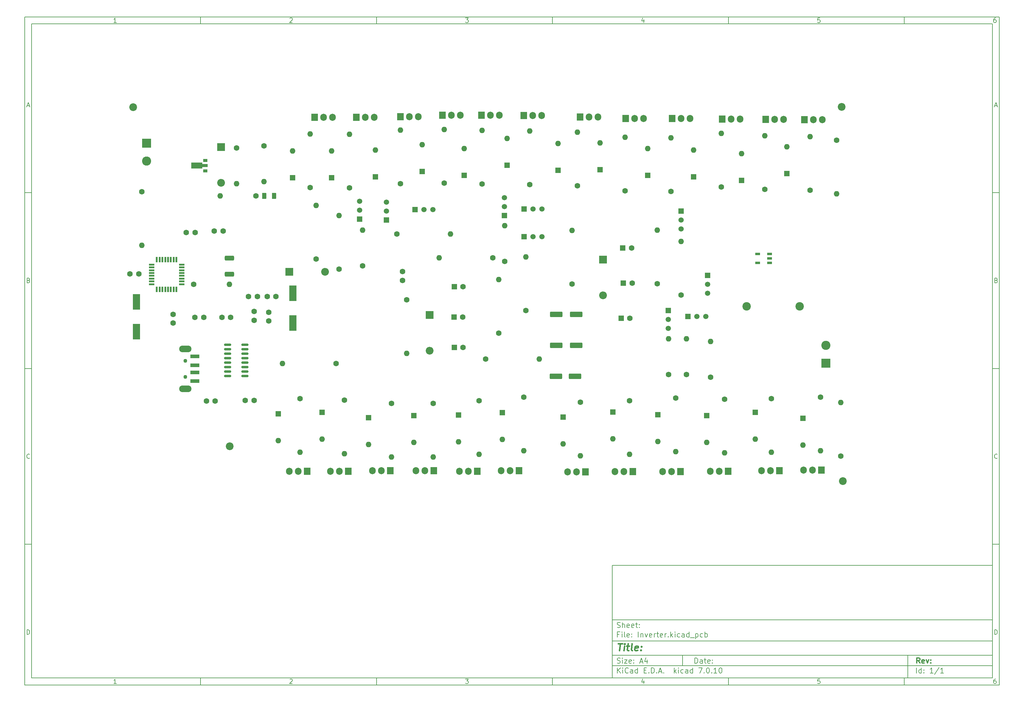
<source format=gbr>
%TF.GenerationSoftware,KiCad,Pcbnew,7.0.10*%
%TF.CreationDate,2024-05-18T17:59:00+03:00*%
%TF.ProjectId,Inverter,496e7665-7274-4657-922e-6b696361645f,rev?*%
%TF.SameCoordinates,Original*%
%TF.FileFunction,Soldermask,Top*%
%TF.FilePolarity,Negative*%
%FSLAX46Y46*%
G04 Gerber Fmt 4.6, Leading zero omitted, Abs format (unit mm)*
G04 Created by KiCad (PCBNEW 7.0.10) date 2024-05-18 17:59:00*
%MOMM*%
%LPD*%
G01*
G04 APERTURE LIST*
G04 Aperture macros list*
%AMRoundRect*
0 Rectangle with rounded corners*
0 $1 Rounding radius*
0 $2 $3 $4 $5 $6 $7 $8 $9 X,Y pos of 4 corners*
0 Add a 4 corners polygon primitive as box body*
4,1,4,$2,$3,$4,$5,$6,$7,$8,$9,$2,$3,0*
0 Add four circle primitives for the rounded corners*
1,1,$1+$1,$2,$3*
1,1,$1+$1,$4,$5*
1,1,$1+$1,$6,$7*
1,1,$1+$1,$8,$9*
0 Add four rect primitives between the rounded corners*
20,1,$1+$1,$2,$3,$4,$5,0*
20,1,$1+$1,$4,$5,$6,$7,0*
20,1,$1+$1,$6,$7,$8,$9,0*
20,1,$1+$1,$8,$9,$2,$3,0*%
%AMFreePoly0*
4,1,9,3.862500,-0.866500,0.737500,-0.866500,0.737500,-0.450000,-0.737500,-0.450000,-0.737500,0.450000,0.737500,0.450000,0.737500,0.866500,3.862500,0.866500,3.862500,-0.866500,3.862500,-0.866500,$1*%
G04 Aperture macros list end*
%ADD10C,0.100000*%
%ADD11C,0.150000*%
%ADD12C,0.300000*%
%ADD13C,0.400000*%
%ADD14C,2.200000*%
%ADD15R,2.600000X2.600000*%
%ADD16C,2.600000*%
%ADD17R,1.500000X1.500000*%
%ADD18C,1.500000*%
%ADD19O,1.600000X1.600000*%
%ADD20C,1.600000*%
%ADD21R,1.600000X1.600000*%
%ADD22R,1.905000X2.000000*%
%ADD23O,1.905000X2.000000*%
%ADD24R,2.000000X4.500000*%
%ADD25C,2.400000*%
%ADD26RoundRect,0.250000X-1.075000X0.425000X-1.075000X-0.425000X1.075000X-0.425000X1.075000X0.425000X0*%
%ADD27RoundRect,0.250000X-1.500000X-0.550000X1.500000X-0.550000X1.500000X0.550000X-1.500000X0.550000X0*%
%ADD28R,2.200000X2.200000*%
%ADD29O,2.200000X2.200000*%
%ADD30RoundRect,0.250000X-0.375000X-0.625000X0.375000X-0.625000X0.375000X0.625000X-0.375000X0.625000X0*%
%ADD31R,1.400000X0.760000*%
%ADD32C,1.100000*%
%ADD33R,2.500000X1.100000*%
%ADD34O,3.500000X1.900000*%
%ADD35RoundRect,0.150000X-0.825000X-0.150000X0.825000X-0.150000X0.825000X0.150000X-0.825000X0.150000X0*%
%ADD36R,1.300000X0.900000*%
%ADD37FreePoly0,180.000000*%
%ADD38R,1.600000X0.550000*%
%ADD39R,0.550000X1.600000*%
G04 APERTURE END LIST*
D10*
D11*
X177002200Y-166007200D02*
X285002200Y-166007200D01*
X285002200Y-198007200D01*
X177002200Y-198007200D01*
X177002200Y-166007200D01*
D10*
D11*
X10000000Y-10000000D02*
X287002200Y-10000000D01*
X287002200Y-200007200D01*
X10000000Y-200007200D01*
X10000000Y-10000000D01*
D10*
D11*
X12000000Y-12000000D02*
X285002200Y-12000000D01*
X285002200Y-198007200D01*
X12000000Y-198007200D01*
X12000000Y-12000000D01*
D10*
D11*
X60000000Y-12000000D02*
X60000000Y-10000000D01*
D10*
D11*
X110000000Y-12000000D02*
X110000000Y-10000000D01*
D10*
D11*
X160000000Y-12000000D02*
X160000000Y-10000000D01*
D10*
D11*
X210000000Y-12000000D02*
X210000000Y-10000000D01*
D10*
D11*
X260000000Y-12000000D02*
X260000000Y-10000000D01*
D10*
D11*
X36089160Y-11593604D02*
X35346303Y-11593604D01*
X35717731Y-11593604D02*
X35717731Y-10293604D01*
X35717731Y-10293604D02*
X35593922Y-10479319D01*
X35593922Y-10479319D02*
X35470112Y-10603128D01*
X35470112Y-10603128D02*
X35346303Y-10665033D01*
D10*
D11*
X85346303Y-10417414D02*
X85408207Y-10355509D01*
X85408207Y-10355509D02*
X85532017Y-10293604D01*
X85532017Y-10293604D02*
X85841541Y-10293604D01*
X85841541Y-10293604D02*
X85965350Y-10355509D01*
X85965350Y-10355509D02*
X86027255Y-10417414D01*
X86027255Y-10417414D02*
X86089160Y-10541223D01*
X86089160Y-10541223D02*
X86089160Y-10665033D01*
X86089160Y-10665033D02*
X86027255Y-10850747D01*
X86027255Y-10850747D02*
X85284398Y-11593604D01*
X85284398Y-11593604D02*
X86089160Y-11593604D01*
D10*
D11*
X135284398Y-10293604D02*
X136089160Y-10293604D01*
X136089160Y-10293604D02*
X135655826Y-10788842D01*
X135655826Y-10788842D02*
X135841541Y-10788842D01*
X135841541Y-10788842D02*
X135965350Y-10850747D01*
X135965350Y-10850747D02*
X136027255Y-10912652D01*
X136027255Y-10912652D02*
X136089160Y-11036461D01*
X136089160Y-11036461D02*
X136089160Y-11345985D01*
X136089160Y-11345985D02*
X136027255Y-11469795D01*
X136027255Y-11469795D02*
X135965350Y-11531700D01*
X135965350Y-11531700D02*
X135841541Y-11593604D01*
X135841541Y-11593604D02*
X135470112Y-11593604D01*
X135470112Y-11593604D02*
X135346303Y-11531700D01*
X135346303Y-11531700D02*
X135284398Y-11469795D01*
D10*
D11*
X185965350Y-10726938D02*
X185965350Y-11593604D01*
X185655826Y-10231700D02*
X185346303Y-11160271D01*
X185346303Y-11160271D02*
X186151064Y-11160271D01*
D10*
D11*
X236027255Y-10293604D02*
X235408207Y-10293604D01*
X235408207Y-10293604D02*
X235346303Y-10912652D01*
X235346303Y-10912652D02*
X235408207Y-10850747D01*
X235408207Y-10850747D02*
X235532017Y-10788842D01*
X235532017Y-10788842D02*
X235841541Y-10788842D01*
X235841541Y-10788842D02*
X235965350Y-10850747D01*
X235965350Y-10850747D02*
X236027255Y-10912652D01*
X236027255Y-10912652D02*
X236089160Y-11036461D01*
X236089160Y-11036461D02*
X236089160Y-11345985D01*
X236089160Y-11345985D02*
X236027255Y-11469795D01*
X236027255Y-11469795D02*
X235965350Y-11531700D01*
X235965350Y-11531700D02*
X235841541Y-11593604D01*
X235841541Y-11593604D02*
X235532017Y-11593604D01*
X235532017Y-11593604D02*
X235408207Y-11531700D01*
X235408207Y-11531700D02*
X235346303Y-11469795D01*
D10*
D11*
X285965350Y-10293604D02*
X285717731Y-10293604D01*
X285717731Y-10293604D02*
X285593922Y-10355509D01*
X285593922Y-10355509D02*
X285532017Y-10417414D01*
X285532017Y-10417414D02*
X285408207Y-10603128D01*
X285408207Y-10603128D02*
X285346303Y-10850747D01*
X285346303Y-10850747D02*
X285346303Y-11345985D01*
X285346303Y-11345985D02*
X285408207Y-11469795D01*
X285408207Y-11469795D02*
X285470112Y-11531700D01*
X285470112Y-11531700D02*
X285593922Y-11593604D01*
X285593922Y-11593604D02*
X285841541Y-11593604D01*
X285841541Y-11593604D02*
X285965350Y-11531700D01*
X285965350Y-11531700D02*
X286027255Y-11469795D01*
X286027255Y-11469795D02*
X286089160Y-11345985D01*
X286089160Y-11345985D02*
X286089160Y-11036461D01*
X286089160Y-11036461D02*
X286027255Y-10912652D01*
X286027255Y-10912652D02*
X285965350Y-10850747D01*
X285965350Y-10850747D02*
X285841541Y-10788842D01*
X285841541Y-10788842D02*
X285593922Y-10788842D01*
X285593922Y-10788842D02*
X285470112Y-10850747D01*
X285470112Y-10850747D02*
X285408207Y-10912652D01*
X285408207Y-10912652D02*
X285346303Y-11036461D01*
D10*
D11*
X60000000Y-198007200D02*
X60000000Y-200007200D01*
D10*
D11*
X110000000Y-198007200D02*
X110000000Y-200007200D01*
D10*
D11*
X160000000Y-198007200D02*
X160000000Y-200007200D01*
D10*
D11*
X210000000Y-198007200D02*
X210000000Y-200007200D01*
D10*
D11*
X260000000Y-198007200D02*
X260000000Y-200007200D01*
D10*
D11*
X36089160Y-199600804D02*
X35346303Y-199600804D01*
X35717731Y-199600804D02*
X35717731Y-198300804D01*
X35717731Y-198300804D02*
X35593922Y-198486519D01*
X35593922Y-198486519D02*
X35470112Y-198610328D01*
X35470112Y-198610328D02*
X35346303Y-198672233D01*
D10*
D11*
X85346303Y-198424614D02*
X85408207Y-198362709D01*
X85408207Y-198362709D02*
X85532017Y-198300804D01*
X85532017Y-198300804D02*
X85841541Y-198300804D01*
X85841541Y-198300804D02*
X85965350Y-198362709D01*
X85965350Y-198362709D02*
X86027255Y-198424614D01*
X86027255Y-198424614D02*
X86089160Y-198548423D01*
X86089160Y-198548423D02*
X86089160Y-198672233D01*
X86089160Y-198672233D02*
X86027255Y-198857947D01*
X86027255Y-198857947D02*
X85284398Y-199600804D01*
X85284398Y-199600804D02*
X86089160Y-199600804D01*
D10*
D11*
X135284398Y-198300804D02*
X136089160Y-198300804D01*
X136089160Y-198300804D02*
X135655826Y-198796042D01*
X135655826Y-198796042D02*
X135841541Y-198796042D01*
X135841541Y-198796042D02*
X135965350Y-198857947D01*
X135965350Y-198857947D02*
X136027255Y-198919852D01*
X136027255Y-198919852D02*
X136089160Y-199043661D01*
X136089160Y-199043661D02*
X136089160Y-199353185D01*
X136089160Y-199353185D02*
X136027255Y-199476995D01*
X136027255Y-199476995D02*
X135965350Y-199538900D01*
X135965350Y-199538900D02*
X135841541Y-199600804D01*
X135841541Y-199600804D02*
X135470112Y-199600804D01*
X135470112Y-199600804D02*
X135346303Y-199538900D01*
X135346303Y-199538900D02*
X135284398Y-199476995D01*
D10*
D11*
X185965350Y-198734138D02*
X185965350Y-199600804D01*
X185655826Y-198238900D02*
X185346303Y-199167471D01*
X185346303Y-199167471D02*
X186151064Y-199167471D01*
D10*
D11*
X236027255Y-198300804D02*
X235408207Y-198300804D01*
X235408207Y-198300804D02*
X235346303Y-198919852D01*
X235346303Y-198919852D02*
X235408207Y-198857947D01*
X235408207Y-198857947D02*
X235532017Y-198796042D01*
X235532017Y-198796042D02*
X235841541Y-198796042D01*
X235841541Y-198796042D02*
X235965350Y-198857947D01*
X235965350Y-198857947D02*
X236027255Y-198919852D01*
X236027255Y-198919852D02*
X236089160Y-199043661D01*
X236089160Y-199043661D02*
X236089160Y-199353185D01*
X236089160Y-199353185D02*
X236027255Y-199476995D01*
X236027255Y-199476995D02*
X235965350Y-199538900D01*
X235965350Y-199538900D02*
X235841541Y-199600804D01*
X235841541Y-199600804D02*
X235532017Y-199600804D01*
X235532017Y-199600804D02*
X235408207Y-199538900D01*
X235408207Y-199538900D02*
X235346303Y-199476995D01*
D10*
D11*
X285965350Y-198300804D02*
X285717731Y-198300804D01*
X285717731Y-198300804D02*
X285593922Y-198362709D01*
X285593922Y-198362709D02*
X285532017Y-198424614D01*
X285532017Y-198424614D02*
X285408207Y-198610328D01*
X285408207Y-198610328D02*
X285346303Y-198857947D01*
X285346303Y-198857947D02*
X285346303Y-199353185D01*
X285346303Y-199353185D02*
X285408207Y-199476995D01*
X285408207Y-199476995D02*
X285470112Y-199538900D01*
X285470112Y-199538900D02*
X285593922Y-199600804D01*
X285593922Y-199600804D02*
X285841541Y-199600804D01*
X285841541Y-199600804D02*
X285965350Y-199538900D01*
X285965350Y-199538900D02*
X286027255Y-199476995D01*
X286027255Y-199476995D02*
X286089160Y-199353185D01*
X286089160Y-199353185D02*
X286089160Y-199043661D01*
X286089160Y-199043661D02*
X286027255Y-198919852D01*
X286027255Y-198919852D02*
X285965350Y-198857947D01*
X285965350Y-198857947D02*
X285841541Y-198796042D01*
X285841541Y-198796042D02*
X285593922Y-198796042D01*
X285593922Y-198796042D02*
X285470112Y-198857947D01*
X285470112Y-198857947D02*
X285408207Y-198919852D01*
X285408207Y-198919852D02*
X285346303Y-199043661D01*
D10*
D11*
X10000000Y-60000000D02*
X12000000Y-60000000D01*
D10*
D11*
X10000000Y-110000000D02*
X12000000Y-110000000D01*
D10*
D11*
X10000000Y-160000000D02*
X12000000Y-160000000D01*
D10*
D11*
X10690476Y-35222176D02*
X11309523Y-35222176D01*
X10566666Y-35593604D02*
X10999999Y-34293604D01*
X10999999Y-34293604D02*
X11433333Y-35593604D01*
D10*
D11*
X11092857Y-84912652D02*
X11278571Y-84974557D01*
X11278571Y-84974557D02*
X11340476Y-85036461D01*
X11340476Y-85036461D02*
X11402380Y-85160271D01*
X11402380Y-85160271D02*
X11402380Y-85345985D01*
X11402380Y-85345985D02*
X11340476Y-85469795D01*
X11340476Y-85469795D02*
X11278571Y-85531700D01*
X11278571Y-85531700D02*
X11154761Y-85593604D01*
X11154761Y-85593604D02*
X10659523Y-85593604D01*
X10659523Y-85593604D02*
X10659523Y-84293604D01*
X10659523Y-84293604D02*
X11092857Y-84293604D01*
X11092857Y-84293604D02*
X11216666Y-84355509D01*
X11216666Y-84355509D02*
X11278571Y-84417414D01*
X11278571Y-84417414D02*
X11340476Y-84541223D01*
X11340476Y-84541223D02*
X11340476Y-84665033D01*
X11340476Y-84665033D02*
X11278571Y-84788842D01*
X11278571Y-84788842D02*
X11216666Y-84850747D01*
X11216666Y-84850747D02*
X11092857Y-84912652D01*
X11092857Y-84912652D02*
X10659523Y-84912652D01*
D10*
D11*
X11402380Y-135469795D02*
X11340476Y-135531700D01*
X11340476Y-135531700D02*
X11154761Y-135593604D01*
X11154761Y-135593604D02*
X11030952Y-135593604D01*
X11030952Y-135593604D02*
X10845238Y-135531700D01*
X10845238Y-135531700D02*
X10721428Y-135407890D01*
X10721428Y-135407890D02*
X10659523Y-135284080D01*
X10659523Y-135284080D02*
X10597619Y-135036461D01*
X10597619Y-135036461D02*
X10597619Y-134850747D01*
X10597619Y-134850747D02*
X10659523Y-134603128D01*
X10659523Y-134603128D02*
X10721428Y-134479319D01*
X10721428Y-134479319D02*
X10845238Y-134355509D01*
X10845238Y-134355509D02*
X11030952Y-134293604D01*
X11030952Y-134293604D02*
X11154761Y-134293604D01*
X11154761Y-134293604D02*
X11340476Y-134355509D01*
X11340476Y-134355509D02*
X11402380Y-134417414D01*
D10*
D11*
X10659523Y-185593604D02*
X10659523Y-184293604D01*
X10659523Y-184293604D02*
X10969047Y-184293604D01*
X10969047Y-184293604D02*
X11154761Y-184355509D01*
X11154761Y-184355509D02*
X11278571Y-184479319D01*
X11278571Y-184479319D02*
X11340476Y-184603128D01*
X11340476Y-184603128D02*
X11402380Y-184850747D01*
X11402380Y-184850747D02*
X11402380Y-185036461D01*
X11402380Y-185036461D02*
X11340476Y-185284080D01*
X11340476Y-185284080D02*
X11278571Y-185407890D01*
X11278571Y-185407890D02*
X11154761Y-185531700D01*
X11154761Y-185531700D02*
X10969047Y-185593604D01*
X10969047Y-185593604D02*
X10659523Y-185593604D01*
D10*
D11*
X287002200Y-60000000D02*
X285002200Y-60000000D01*
D10*
D11*
X287002200Y-110000000D02*
X285002200Y-110000000D01*
D10*
D11*
X287002200Y-160000000D02*
X285002200Y-160000000D01*
D10*
D11*
X285692676Y-35222176D02*
X286311723Y-35222176D01*
X285568866Y-35593604D02*
X286002199Y-34293604D01*
X286002199Y-34293604D02*
X286435533Y-35593604D01*
D10*
D11*
X286095057Y-84912652D02*
X286280771Y-84974557D01*
X286280771Y-84974557D02*
X286342676Y-85036461D01*
X286342676Y-85036461D02*
X286404580Y-85160271D01*
X286404580Y-85160271D02*
X286404580Y-85345985D01*
X286404580Y-85345985D02*
X286342676Y-85469795D01*
X286342676Y-85469795D02*
X286280771Y-85531700D01*
X286280771Y-85531700D02*
X286156961Y-85593604D01*
X286156961Y-85593604D02*
X285661723Y-85593604D01*
X285661723Y-85593604D02*
X285661723Y-84293604D01*
X285661723Y-84293604D02*
X286095057Y-84293604D01*
X286095057Y-84293604D02*
X286218866Y-84355509D01*
X286218866Y-84355509D02*
X286280771Y-84417414D01*
X286280771Y-84417414D02*
X286342676Y-84541223D01*
X286342676Y-84541223D02*
X286342676Y-84665033D01*
X286342676Y-84665033D02*
X286280771Y-84788842D01*
X286280771Y-84788842D02*
X286218866Y-84850747D01*
X286218866Y-84850747D02*
X286095057Y-84912652D01*
X286095057Y-84912652D02*
X285661723Y-84912652D01*
D10*
D11*
X286404580Y-135469795D02*
X286342676Y-135531700D01*
X286342676Y-135531700D02*
X286156961Y-135593604D01*
X286156961Y-135593604D02*
X286033152Y-135593604D01*
X286033152Y-135593604D02*
X285847438Y-135531700D01*
X285847438Y-135531700D02*
X285723628Y-135407890D01*
X285723628Y-135407890D02*
X285661723Y-135284080D01*
X285661723Y-135284080D02*
X285599819Y-135036461D01*
X285599819Y-135036461D02*
X285599819Y-134850747D01*
X285599819Y-134850747D02*
X285661723Y-134603128D01*
X285661723Y-134603128D02*
X285723628Y-134479319D01*
X285723628Y-134479319D02*
X285847438Y-134355509D01*
X285847438Y-134355509D02*
X286033152Y-134293604D01*
X286033152Y-134293604D02*
X286156961Y-134293604D01*
X286156961Y-134293604D02*
X286342676Y-134355509D01*
X286342676Y-134355509D02*
X286404580Y-134417414D01*
D10*
D11*
X285661723Y-185593604D02*
X285661723Y-184293604D01*
X285661723Y-184293604D02*
X285971247Y-184293604D01*
X285971247Y-184293604D02*
X286156961Y-184355509D01*
X286156961Y-184355509D02*
X286280771Y-184479319D01*
X286280771Y-184479319D02*
X286342676Y-184603128D01*
X286342676Y-184603128D02*
X286404580Y-184850747D01*
X286404580Y-184850747D02*
X286404580Y-185036461D01*
X286404580Y-185036461D02*
X286342676Y-185284080D01*
X286342676Y-185284080D02*
X286280771Y-185407890D01*
X286280771Y-185407890D02*
X286156961Y-185531700D01*
X286156961Y-185531700D02*
X285971247Y-185593604D01*
X285971247Y-185593604D02*
X285661723Y-185593604D01*
D10*
D11*
X200458026Y-193793328D02*
X200458026Y-192293328D01*
X200458026Y-192293328D02*
X200815169Y-192293328D01*
X200815169Y-192293328D02*
X201029455Y-192364757D01*
X201029455Y-192364757D02*
X201172312Y-192507614D01*
X201172312Y-192507614D02*
X201243741Y-192650471D01*
X201243741Y-192650471D02*
X201315169Y-192936185D01*
X201315169Y-192936185D02*
X201315169Y-193150471D01*
X201315169Y-193150471D02*
X201243741Y-193436185D01*
X201243741Y-193436185D02*
X201172312Y-193579042D01*
X201172312Y-193579042D02*
X201029455Y-193721900D01*
X201029455Y-193721900D02*
X200815169Y-193793328D01*
X200815169Y-193793328D02*
X200458026Y-193793328D01*
X202600884Y-193793328D02*
X202600884Y-193007614D01*
X202600884Y-193007614D02*
X202529455Y-192864757D01*
X202529455Y-192864757D02*
X202386598Y-192793328D01*
X202386598Y-192793328D02*
X202100884Y-192793328D01*
X202100884Y-192793328D02*
X201958026Y-192864757D01*
X202600884Y-193721900D02*
X202458026Y-193793328D01*
X202458026Y-193793328D02*
X202100884Y-193793328D01*
X202100884Y-193793328D02*
X201958026Y-193721900D01*
X201958026Y-193721900D02*
X201886598Y-193579042D01*
X201886598Y-193579042D02*
X201886598Y-193436185D01*
X201886598Y-193436185D02*
X201958026Y-193293328D01*
X201958026Y-193293328D02*
X202100884Y-193221900D01*
X202100884Y-193221900D02*
X202458026Y-193221900D01*
X202458026Y-193221900D02*
X202600884Y-193150471D01*
X203100884Y-192793328D02*
X203672312Y-192793328D01*
X203315169Y-192293328D02*
X203315169Y-193579042D01*
X203315169Y-193579042D02*
X203386598Y-193721900D01*
X203386598Y-193721900D02*
X203529455Y-193793328D01*
X203529455Y-193793328D02*
X203672312Y-193793328D01*
X204743741Y-193721900D02*
X204600884Y-193793328D01*
X204600884Y-193793328D02*
X204315170Y-193793328D01*
X204315170Y-193793328D02*
X204172312Y-193721900D01*
X204172312Y-193721900D02*
X204100884Y-193579042D01*
X204100884Y-193579042D02*
X204100884Y-193007614D01*
X204100884Y-193007614D02*
X204172312Y-192864757D01*
X204172312Y-192864757D02*
X204315170Y-192793328D01*
X204315170Y-192793328D02*
X204600884Y-192793328D01*
X204600884Y-192793328D02*
X204743741Y-192864757D01*
X204743741Y-192864757D02*
X204815170Y-193007614D01*
X204815170Y-193007614D02*
X204815170Y-193150471D01*
X204815170Y-193150471D02*
X204100884Y-193293328D01*
X205458026Y-193650471D02*
X205529455Y-193721900D01*
X205529455Y-193721900D02*
X205458026Y-193793328D01*
X205458026Y-193793328D02*
X205386598Y-193721900D01*
X205386598Y-193721900D02*
X205458026Y-193650471D01*
X205458026Y-193650471D02*
X205458026Y-193793328D01*
X205458026Y-192864757D02*
X205529455Y-192936185D01*
X205529455Y-192936185D02*
X205458026Y-193007614D01*
X205458026Y-193007614D02*
X205386598Y-192936185D01*
X205386598Y-192936185D02*
X205458026Y-192864757D01*
X205458026Y-192864757D02*
X205458026Y-193007614D01*
D10*
D11*
X177002200Y-194507200D02*
X285002200Y-194507200D01*
D10*
D11*
X178458026Y-196593328D02*
X178458026Y-195093328D01*
X179315169Y-196593328D02*
X178672312Y-195736185D01*
X179315169Y-195093328D02*
X178458026Y-195950471D01*
X179958026Y-196593328D02*
X179958026Y-195593328D01*
X179958026Y-195093328D02*
X179886598Y-195164757D01*
X179886598Y-195164757D02*
X179958026Y-195236185D01*
X179958026Y-195236185D02*
X180029455Y-195164757D01*
X180029455Y-195164757D02*
X179958026Y-195093328D01*
X179958026Y-195093328D02*
X179958026Y-195236185D01*
X181529455Y-196450471D02*
X181458027Y-196521900D01*
X181458027Y-196521900D02*
X181243741Y-196593328D01*
X181243741Y-196593328D02*
X181100884Y-196593328D01*
X181100884Y-196593328D02*
X180886598Y-196521900D01*
X180886598Y-196521900D02*
X180743741Y-196379042D01*
X180743741Y-196379042D02*
X180672312Y-196236185D01*
X180672312Y-196236185D02*
X180600884Y-195950471D01*
X180600884Y-195950471D02*
X180600884Y-195736185D01*
X180600884Y-195736185D02*
X180672312Y-195450471D01*
X180672312Y-195450471D02*
X180743741Y-195307614D01*
X180743741Y-195307614D02*
X180886598Y-195164757D01*
X180886598Y-195164757D02*
X181100884Y-195093328D01*
X181100884Y-195093328D02*
X181243741Y-195093328D01*
X181243741Y-195093328D02*
X181458027Y-195164757D01*
X181458027Y-195164757D02*
X181529455Y-195236185D01*
X182815170Y-196593328D02*
X182815170Y-195807614D01*
X182815170Y-195807614D02*
X182743741Y-195664757D01*
X182743741Y-195664757D02*
X182600884Y-195593328D01*
X182600884Y-195593328D02*
X182315170Y-195593328D01*
X182315170Y-195593328D02*
X182172312Y-195664757D01*
X182815170Y-196521900D02*
X182672312Y-196593328D01*
X182672312Y-196593328D02*
X182315170Y-196593328D01*
X182315170Y-196593328D02*
X182172312Y-196521900D01*
X182172312Y-196521900D02*
X182100884Y-196379042D01*
X182100884Y-196379042D02*
X182100884Y-196236185D01*
X182100884Y-196236185D02*
X182172312Y-196093328D01*
X182172312Y-196093328D02*
X182315170Y-196021900D01*
X182315170Y-196021900D02*
X182672312Y-196021900D01*
X182672312Y-196021900D02*
X182815170Y-195950471D01*
X184172313Y-196593328D02*
X184172313Y-195093328D01*
X184172313Y-196521900D02*
X184029455Y-196593328D01*
X184029455Y-196593328D02*
X183743741Y-196593328D01*
X183743741Y-196593328D02*
X183600884Y-196521900D01*
X183600884Y-196521900D02*
X183529455Y-196450471D01*
X183529455Y-196450471D02*
X183458027Y-196307614D01*
X183458027Y-196307614D02*
X183458027Y-195879042D01*
X183458027Y-195879042D02*
X183529455Y-195736185D01*
X183529455Y-195736185D02*
X183600884Y-195664757D01*
X183600884Y-195664757D02*
X183743741Y-195593328D01*
X183743741Y-195593328D02*
X184029455Y-195593328D01*
X184029455Y-195593328D02*
X184172313Y-195664757D01*
X186029455Y-195807614D02*
X186529455Y-195807614D01*
X186743741Y-196593328D02*
X186029455Y-196593328D01*
X186029455Y-196593328D02*
X186029455Y-195093328D01*
X186029455Y-195093328D02*
X186743741Y-195093328D01*
X187386598Y-196450471D02*
X187458027Y-196521900D01*
X187458027Y-196521900D02*
X187386598Y-196593328D01*
X187386598Y-196593328D02*
X187315170Y-196521900D01*
X187315170Y-196521900D02*
X187386598Y-196450471D01*
X187386598Y-196450471D02*
X187386598Y-196593328D01*
X188100884Y-196593328D02*
X188100884Y-195093328D01*
X188100884Y-195093328D02*
X188458027Y-195093328D01*
X188458027Y-195093328D02*
X188672313Y-195164757D01*
X188672313Y-195164757D02*
X188815170Y-195307614D01*
X188815170Y-195307614D02*
X188886599Y-195450471D01*
X188886599Y-195450471D02*
X188958027Y-195736185D01*
X188958027Y-195736185D02*
X188958027Y-195950471D01*
X188958027Y-195950471D02*
X188886599Y-196236185D01*
X188886599Y-196236185D02*
X188815170Y-196379042D01*
X188815170Y-196379042D02*
X188672313Y-196521900D01*
X188672313Y-196521900D02*
X188458027Y-196593328D01*
X188458027Y-196593328D02*
X188100884Y-196593328D01*
X189600884Y-196450471D02*
X189672313Y-196521900D01*
X189672313Y-196521900D02*
X189600884Y-196593328D01*
X189600884Y-196593328D02*
X189529456Y-196521900D01*
X189529456Y-196521900D02*
X189600884Y-196450471D01*
X189600884Y-196450471D02*
X189600884Y-196593328D01*
X190243742Y-196164757D02*
X190958028Y-196164757D01*
X190100885Y-196593328D02*
X190600885Y-195093328D01*
X190600885Y-195093328D02*
X191100885Y-196593328D01*
X191600884Y-196450471D02*
X191672313Y-196521900D01*
X191672313Y-196521900D02*
X191600884Y-196593328D01*
X191600884Y-196593328D02*
X191529456Y-196521900D01*
X191529456Y-196521900D02*
X191600884Y-196450471D01*
X191600884Y-196450471D02*
X191600884Y-196593328D01*
X194600884Y-196593328D02*
X194600884Y-195093328D01*
X194743742Y-196021900D02*
X195172313Y-196593328D01*
X195172313Y-195593328D02*
X194600884Y-196164757D01*
X195815170Y-196593328D02*
X195815170Y-195593328D01*
X195815170Y-195093328D02*
X195743742Y-195164757D01*
X195743742Y-195164757D02*
X195815170Y-195236185D01*
X195815170Y-195236185D02*
X195886599Y-195164757D01*
X195886599Y-195164757D02*
X195815170Y-195093328D01*
X195815170Y-195093328D02*
X195815170Y-195236185D01*
X197172314Y-196521900D02*
X197029456Y-196593328D01*
X197029456Y-196593328D02*
X196743742Y-196593328D01*
X196743742Y-196593328D02*
X196600885Y-196521900D01*
X196600885Y-196521900D02*
X196529456Y-196450471D01*
X196529456Y-196450471D02*
X196458028Y-196307614D01*
X196458028Y-196307614D02*
X196458028Y-195879042D01*
X196458028Y-195879042D02*
X196529456Y-195736185D01*
X196529456Y-195736185D02*
X196600885Y-195664757D01*
X196600885Y-195664757D02*
X196743742Y-195593328D01*
X196743742Y-195593328D02*
X197029456Y-195593328D01*
X197029456Y-195593328D02*
X197172314Y-195664757D01*
X198458028Y-196593328D02*
X198458028Y-195807614D01*
X198458028Y-195807614D02*
X198386599Y-195664757D01*
X198386599Y-195664757D02*
X198243742Y-195593328D01*
X198243742Y-195593328D02*
X197958028Y-195593328D01*
X197958028Y-195593328D02*
X197815170Y-195664757D01*
X198458028Y-196521900D02*
X198315170Y-196593328D01*
X198315170Y-196593328D02*
X197958028Y-196593328D01*
X197958028Y-196593328D02*
X197815170Y-196521900D01*
X197815170Y-196521900D02*
X197743742Y-196379042D01*
X197743742Y-196379042D02*
X197743742Y-196236185D01*
X197743742Y-196236185D02*
X197815170Y-196093328D01*
X197815170Y-196093328D02*
X197958028Y-196021900D01*
X197958028Y-196021900D02*
X198315170Y-196021900D01*
X198315170Y-196021900D02*
X198458028Y-195950471D01*
X199815171Y-196593328D02*
X199815171Y-195093328D01*
X199815171Y-196521900D02*
X199672313Y-196593328D01*
X199672313Y-196593328D02*
X199386599Y-196593328D01*
X199386599Y-196593328D02*
X199243742Y-196521900D01*
X199243742Y-196521900D02*
X199172313Y-196450471D01*
X199172313Y-196450471D02*
X199100885Y-196307614D01*
X199100885Y-196307614D02*
X199100885Y-195879042D01*
X199100885Y-195879042D02*
X199172313Y-195736185D01*
X199172313Y-195736185D02*
X199243742Y-195664757D01*
X199243742Y-195664757D02*
X199386599Y-195593328D01*
X199386599Y-195593328D02*
X199672313Y-195593328D01*
X199672313Y-195593328D02*
X199815171Y-195664757D01*
X201529456Y-195093328D02*
X202529456Y-195093328D01*
X202529456Y-195093328D02*
X201886599Y-196593328D01*
X203100884Y-196450471D02*
X203172313Y-196521900D01*
X203172313Y-196521900D02*
X203100884Y-196593328D01*
X203100884Y-196593328D02*
X203029456Y-196521900D01*
X203029456Y-196521900D02*
X203100884Y-196450471D01*
X203100884Y-196450471D02*
X203100884Y-196593328D01*
X204100885Y-195093328D02*
X204243742Y-195093328D01*
X204243742Y-195093328D02*
X204386599Y-195164757D01*
X204386599Y-195164757D02*
X204458028Y-195236185D01*
X204458028Y-195236185D02*
X204529456Y-195379042D01*
X204529456Y-195379042D02*
X204600885Y-195664757D01*
X204600885Y-195664757D02*
X204600885Y-196021900D01*
X204600885Y-196021900D02*
X204529456Y-196307614D01*
X204529456Y-196307614D02*
X204458028Y-196450471D01*
X204458028Y-196450471D02*
X204386599Y-196521900D01*
X204386599Y-196521900D02*
X204243742Y-196593328D01*
X204243742Y-196593328D02*
X204100885Y-196593328D01*
X204100885Y-196593328D02*
X203958028Y-196521900D01*
X203958028Y-196521900D02*
X203886599Y-196450471D01*
X203886599Y-196450471D02*
X203815170Y-196307614D01*
X203815170Y-196307614D02*
X203743742Y-196021900D01*
X203743742Y-196021900D02*
X203743742Y-195664757D01*
X203743742Y-195664757D02*
X203815170Y-195379042D01*
X203815170Y-195379042D02*
X203886599Y-195236185D01*
X203886599Y-195236185D02*
X203958028Y-195164757D01*
X203958028Y-195164757D02*
X204100885Y-195093328D01*
X205243741Y-196450471D02*
X205315170Y-196521900D01*
X205315170Y-196521900D02*
X205243741Y-196593328D01*
X205243741Y-196593328D02*
X205172313Y-196521900D01*
X205172313Y-196521900D02*
X205243741Y-196450471D01*
X205243741Y-196450471D02*
X205243741Y-196593328D01*
X206743742Y-196593328D02*
X205886599Y-196593328D01*
X206315170Y-196593328D02*
X206315170Y-195093328D01*
X206315170Y-195093328D02*
X206172313Y-195307614D01*
X206172313Y-195307614D02*
X206029456Y-195450471D01*
X206029456Y-195450471D02*
X205886599Y-195521900D01*
X207672313Y-195093328D02*
X207815170Y-195093328D01*
X207815170Y-195093328D02*
X207958027Y-195164757D01*
X207958027Y-195164757D02*
X208029456Y-195236185D01*
X208029456Y-195236185D02*
X208100884Y-195379042D01*
X208100884Y-195379042D02*
X208172313Y-195664757D01*
X208172313Y-195664757D02*
X208172313Y-196021900D01*
X208172313Y-196021900D02*
X208100884Y-196307614D01*
X208100884Y-196307614D02*
X208029456Y-196450471D01*
X208029456Y-196450471D02*
X207958027Y-196521900D01*
X207958027Y-196521900D02*
X207815170Y-196593328D01*
X207815170Y-196593328D02*
X207672313Y-196593328D01*
X207672313Y-196593328D02*
X207529456Y-196521900D01*
X207529456Y-196521900D02*
X207458027Y-196450471D01*
X207458027Y-196450471D02*
X207386598Y-196307614D01*
X207386598Y-196307614D02*
X207315170Y-196021900D01*
X207315170Y-196021900D02*
X207315170Y-195664757D01*
X207315170Y-195664757D02*
X207386598Y-195379042D01*
X207386598Y-195379042D02*
X207458027Y-195236185D01*
X207458027Y-195236185D02*
X207529456Y-195164757D01*
X207529456Y-195164757D02*
X207672313Y-195093328D01*
D10*
D11*
X177002200Y-191507200D02*
X285002200Y-191507200D01*
D10*
D12*
X264413853Y-193785528D02*
X263913853Y-193071242D01*
X263556710Y-193785528D02*
X263556710Y-192285528D01*
X263556710Y-192285528D02*
X264128139Y-192285528D01*
X264128139Y-192285528D02*
X264270996Y-192356957D01*
X264270996Y-192356957D02*
X264342425Y-192428385D01*
X264342425Y-192428385D02*
X264413853Y-192571242D01*
X264413853Y-192571242D02*
X264413853Y-192785528D01*
X264413853Y-192785528D02*
X264342425Y-192928385D01*
X264342425Y-192928385D02*
X264270996Y-192999814D01*
X264270996Y-192999814D02*
X264128139Y-193071242D01*
X264128139Y-193071242D02*
X263556710Y-193071242D01*
X265628139Y-193714100D02*
X265485282Y-193785528D01*
X265485282Y-193785528D02*
X265199568Y-193785528D01*
X265199568Y-193785528D02*
X265056710Y-193714100D01*
X265056710Y-193714100D02*
X264985282Y-193571242D01*
X264985282Y-193571242D02*
X264985282Y-192999814D01*
X264985282Y-192999814D02*
X265056710Y-192856957D01*
X265056710Y-192856957D02*
X265199568Y-192785528D01*
X265199568Y-192785528D02*
X265485282Y-192785528D01*
X265485282Y-192785528D02*
X265628139Y-192856957D01*
X265628139Y-192856957D02*
X265699568Y-192999814D01*
X265699568Y-192999814D02*
X265699568Y-193142671D01*
X265699568Y-193142671D02*
X264985282Y-193285528D01*
X266199567Y-192785528D02*
X266556710Y-193785528D01*
X266556710Y-193785528D02*
X266913853Y-192785528D01*
X267485281Y-193642671D02*
X267556710Y-193714100D01*
X267556710Y-193714100D02*
X267485281Y-193785528D01*
X267485281Y-193785528D02*
X267413853Y-193714100D01*
X267413853Y-193714100D02*
X267485281Y-193642671D01*
X267485281Y-193642671D02*
X267485281Y-193785528D01*
X267485281Y-192856957D02*
X267556710Y-192928385D01*
X267556710Y-192928385D02*
X267485281Y-192999814D01*
X267485281Y-192999814D02*
X267413853Y-192928385D01*
X267413853Y-192928385D02*
X267485281Y-192856957D01*
X267485281Y-192856957D02*
X267485281Y-192999814D01*
D10*
D11*
X178386598Y-193721900D02*
X178600884Y-193793328D01*
X178600884Y-193793328D02*
X178958026Y-193793328D01*
X178958026Y-193793328D02*
X179100884Y-193721900D01*
X179100884Y-193721900D02*
X179172312Y-193650471D01*
X179172312Y-193650471D02*
X179243741Y-193507614D01*
X179243741Y-193507614D02*
X179243741Y-193364757D01*
X179243741Y-193364757D02*
X179172312Y-193221900D01*
X179172312Y-193221900D02*
X179100884Y-193150471D01*
X179100884Y-193150471D02*
X178958026Y-193079042D01*
X178958026Y-193079042D02*
X178672312Y-193007614D01*
X178672312Y-193007614D02*
X178529455Y-192936185D01*
X178529455Y-192936185D02*
X178458026Y-192864757D01*
X178458026Y-192864757D02*
X178386598Y-192721900D01*
X178386598Y-192721900D02*
X178386598Y-192579042D01*
X178386598Y-192579042D02*
X178458026Y-192436185D01*
X178458026Y-192436185D02*
X178529455Y-192364757D01*
X178529455Y-192364757D02*
X178672312Y-192293328D01*
X178672312Y-192293328D02*
X179029455Y-192293328D01*
X179029455Y-192293328D02*
X179243741Y-192364757D01*
X179886597Y-193793328D02*
X179886597Y-192793328D01*
X179886597Y-192293328D02*
X179815169Y-192364757D01*
X179815169Y-192364757D02*
X179886597Y-192436185D01*
X179886597Y-192436185D02*
X179958026Y-192364757D01*
X179958026Y-192364757D02*
X179886597Y-192293328D01*
X179886597Y-192293328D02*
X179886597Y-192436185D01*
X180458026Y-192793328D02*
X181243741Y-192793328D01*
X181243741Y-192793328D02*
X180458026Y-193793328D01*
X180458026Y-193793328D02*
X181243741Y-193793328D01*
X182386598Y-193721900D02*
X182243741Y-193793328D01*
X182243741Y-193793328D02*
X181958027Y-193793328D01*
X181958027Y-193793328D02*
X181815169Y-193721900D01*
X181815169Y-193721900D02*
X181743741Y-193579042D01*
X181743741Y-193579042D02*
X181743741Y-193007614D01*
X181743741Y-193007614D02*
X181815169Y-192864757D01*
X181815169Y-192864757D02*
X181958027Y-192793328D01*
X181958027Y-192793328D02*
X182243741Y-192793328D01*
X182243741Y-192793328D02*
X182386598Y-192864757D01*
X182386598Y-192864757D02*
X182458027Y-193007614D01*
X182458027Y-193007614D02*
X182458027Y-193150471D01*
X182458027Y-193150471D02*
X181743741Y-193293328D01*
X183100883Y-193650471D02*
X183172312Y-193721900D01*
X183172312Y-193721900D02*
X183100883Y-193793328D01*
X183100883Y-193793328D02*
X183029455Y-193721900D01*
X183029455Y-193721900D02*
X183100883Y-193650471D01*
X183100883Y-193650471D02*
X183100883Y-193793328D01*
X183100883Y-192864757D02*
X183172312Y-192936185D01*
X183172312Y-192936185D02*
X183100883Y-193007614D01*
X183100883Y-193007614D02*
X183029455Y-192936185D01*
X183029455Y-192936185D02*
X183100883Y-192864757D01*
X183100883Y-192864757D02*
X183100883Y-193007614D01*
X184886598Y-193364757D02*
X185600884Y-193364757D01*
X184743741Y-193793328D02*
X185243741Y-192293328D01*
X185243741Y-192293328D02*
X185743741Y-193793328D01*
X186886598Y-192793328D02*
X186886598Y-193793328D01*
X186529455Y-192221900D02*
X186172312Y-193293328D01*
X186172312Y-193293328D02*
X187100883Y-193293328D01*
D10*
D11*
X263458026Y-196593328D02*
X263458026Y-195093328D01*
X264815170Y-196593328D02*
X264815170Y-195093328D01*
X264815170Y-196521900D02*
X264672312Y-196593328D01*
X264672312Y-196593328D02*
X264386598Y-196593328D01*
X264386598Y-196593328D02*
X264243741Y-196521900D01*
X264243741Y-196521900D02*
X264172312Y-196450471D01*
X264172312Y-196450471D02*
X264100884Y-196307614D01*
X264100884Y-196307614D02*
X264100884Y-195879042D01*
X264100884Y-195879042D02*
X264172312Y-195736185D01*
X264172312Y-195736185D02*
X264243741Y-195664757D01*
X264243741Y-195664757D02*
X264386598Y-195593328D01*
X264386598Y-195593328D02*
X264672312Y-195593328D01*
X264672312Y-195593328D02*
X264815170Y-195664757D01*
X265529455Y-196450471D02*
X265600884Y-196521900D01*
X265600884Y-196521900D02*
X265529455Y-196593328D01*
X265529455Y-196593328D02*
X265458027Y-196521900D01*
X265458027Y-196521900D02*
X265529455Y-196450471D01*
X265529455Y-196450471D02*
X265529455Y-196593328D01*
X265529455Y-195664757D02*
X265600884Y-195736185D01*
X265600884Y-195736185D02*
X265529455Y-195807614D01*
X265529455Y-195807614D02*
X265458027Y-195736185D01*
X265458027Y-195736185D02*
X265529455Y-195664757D01*
X265529455Y-195664757D02*
X265529455Y-195807614D01*
X268172313Y-196593328D02*
X267315170Y-196593328D01*
X267743741Y-196593328D02*
X267743741Y-195093328D01*
X267743741Y-195093328D02*
X267600884Y-195307614D01*
X267600884Y-195307614D02*
X267458027Y-195450471D01*
X267458027Y-195450471D02*
X267315170Y-195521900D01*
X269886598Y-195021900D02*
X268600884Y-196950471D01*
X271172313Y-196593328D02*
X270315170Y-196593328D01*
X270743741Y-196593328D02*
X270743741Y-195093328D01*
X270743741Y-195093328D02*
X270600884Y-195307614D01*
X270600884Y-195307614D02*
X270458027Y-195450471D01*
X270458027Y-195450471D02*
X270315170Y-195521900D01*
D10*
D11*
X177002200Y-187507200D02*
X285002200Y-187507200D01*
D10*
D13*
X178693928Y-188211638D02*
X179836785Y-188211638D01*
X179015357Y-190211638D02*
X179265357Y-188211638D01*
X180253452Y-190211638D02*
X180420119Y-188878304D01*
X180503452Y-188211638D02*
X180396309Y-188306876D01*
X180396309Y-188306876D02*
X180479643Y-188402114D01*
X180479643Y-188402114D02*
X180586786Y-188306876D01*
X180586786Y-188306876D02*
X180503452Y-188211638D01*
X180503452Y-188211638D02*
X180479643Y-188402114D01*
X181086786Y-188878304D02*
X181848690Y-188878304D01*
X181455833Y-188211638D02*
X181241548Y-189925923D01*
X181241548Y-189925923D02*
X181312976Y-190116400D01*
X181312976Y-190116400D02*
X181491548Y-190211638D01*
X181491548Y-190211638D02*
X181682024Y-190211638D01*
X182634405Y-190211638D02*
X182455833Y-190116400D01*
X182455833Y-190116400D02*
X182384405Y-189925923D01*
X182384405Y-189925923D02*
X182598690Y-188211638D01*
X184170119Y-190116400D02*
X183967738Y-190211638D01*
X183967738Y-190211638D02*
X183586785Y-190211638D01*
X183586785Y-190211638D02*
X183408214Y-190116400D01*
X183408214Y-190116400D02*
X183336785Y-189925923D01*
X183336785Y-189925923D02*
X183432024Y-189164019D01*
X183432024Y-189164019D02*
X183551071Y-188973542D01*
X183551071Y-188973542D02*
X183753452Y-188878304D01*
X183753452Y-188878304D02*
X184134404Y-188878304D01*
X184134404Y-188878304D02*
X184312976Y-188973542D01*
X184312976Y-188973542D02*
X184384404Y-189164019D01*
X184384404Y-189164019D02*
X184360595Y-189354495D01*
X184360595Y-189354495D02*
X183384404Y-189544971D01*
X185134405Y-190021161D02*
X185217738Y-190116400D01*
X185217738Y-190116400D02*
X185110595Y-190211638D01*
X185110595Y-190211638D02*
X185027262Y-190116400D01*
X185027262Y-190116400D02*
X185134405Y-190021161D01*
X185134405Y-190021161D02*
X185110595Y-190211638D01*
X185265357Y-188973542D02*
X185348690Y-189068780D01*
X185348690Y-189068780D02*
X185241548Y-189164019D01*
X185241548Y-189164019D02*
X185158214Y-189068780D01*
X185158214Y-189068780D02*
X185265357Y-188973542D01*
X185265357Y-188973542D02*
X185241548Y-189164019D01*
D10*
D11*
X178958026Y-185607614D02*
X178458026Y-185607614D01*
X178458026Y-186393328D02*
X178458026Y-184893328D01*
X178458026Y-184893328D02*
X179172312Y-184893328D01*
X179743740Y-186393328D02*
X179743740Y-185393328D01*
X179743740Y-184893328D02*
X179672312Y-184964757D01*
X179672312Y-184964757D02*
X179743740Y-185036185D01*
X179743740Y-185036185D02*
X179815169Y-184964757D01*
X179815169Y-184964757D02*
X179743740Y-184893328D01*
X179743740Y-184893328D02*
X179743740Y-185036185D01*
X180672312Y-186393328D02*
X180529455Y-186321900D01*
X180529455Y-186321900D02*
X180458026Y-186179042D01*
X180458026Y-186179042D02*
X180458026Y-184893328D01*
X181815169Y-186321900D02*
X181672312Y-186393328D01*
X181672312Y-186393328D02*
X181386598Y-186393328D01*
X181386598Y-186393328D02*
X181243740Y-186321900D01*
X181243740Y-186321900D02*
X181172312Y-186179042D01*
X181172312Y-186179042D02*
X181172312Y-185607614D01*
X181172312Y-185607614D02*
X181243740Y-185464757D01*
X181243740Y-185464757D02*
X181386598Y-185393328D01*
X181386598Y-185393328D02*
X181672312Y-185393328D01*
X181672312Y-185393328D02*
X181815169Y-185464757D01*
X181815169Y-185464757D02*
X181886598Y-185607614D01*
X181886598Y-185607614D02*
X181886598Y-185750471D01*
X181886598Y-185750471D02*
X181172312Y-185893328D01*
X182529454Y-186250471D02*
X182600883Y-186321900D01*
X182600883Y-186321900D02*
X182529454Y-186393328D01*
X182529454Y-186393328D02*
X182458026Y-186321900D01*
X182458026Y-186321900D02*
X182529454Y-186250471D01*
X182529454Y-186250471D02*
X182529454Y-186393328D01*
X182529454Y-185464757D02*
X182600883Y-185536185D01*
X182600883Y-185536185D02*
X182529454Y-185607614D01*
X182529454Y-185607614D02*
X182458026Y-185536185D01*
X182458026Y-185536185D02*
X182529454Y-185464757D01*
X182529454Y-185464757D02*
X182529454Y-185607614D01*
X184386597Y-186393328D02*
X184386597Y-184893328D01*
X185100883Y-185393328D02*
X185100883Y-186393328D01*
X185100883Y-185536185D02*
X185172312Y-185464757D01*
X185172312Y-185464757D02*
X185315169Y-185393328D01*
X185315169Y-185393328D02*
X185529455Y-185393328D01*
X185529455Y-185393328D02*
X185672312Y-185464757D01*
X185672312Y-185464757D02*
X185743741Y-185607614D01*
X185743741Y-185607614D02*
X185743741Y-186393328D01*
X186315169Y-185393328D02*
X186672312Y-186393328D01*
X186672312Y-186393328D02*
X187029455Y-185393328D01*
X188172312Y-186321900D02*
X188029455Y-186393328D01*
X188029455Y-186393328D02*
X187743741Y-186393328D01*
X187743741Y-186393328D02*
X187600883Y-186321900D01*
X187600883Y-186321900D02*
X187529455Y-186179042D01*
X187529455Y-186179042D02*
X187529455Y-185607614D01*
X187529455Y-185607614D02*
X187600883Y-185464757D01*
X187600883Y-185464757D02*
X187743741Y-185393328D01*
X187743741Y-185393328D02*
X188029455Y-185393328D01*
X188029455Y-185393328D02*
X188172312Y-185464757D01*
X188172312Y-185464757D02*
X188243741Y-185607614D01*
X188243741Y-185607614D02*
X188243741Y-185750471D01*
X188243741Y-185750471D02*
X187529455Y-185893328D01*
X188886597Y-186393328D02*
X188886597Y-185393328D01*
X188886597Y-185679042D02*
X188958026Y-185536185D01*
X188958026Y-185536185D02*
X189029455Y-185464757D01*
X189029455Y-185464757D02*
X189172312Y-185393328D01*
X189172312Y-185393328D02*
X189315169Y-185393328D01*
X189600883Y-185393328D02*
X190172311Y-185393328D01*
X189815168Y-184893328D02*
X189815168Y-186179042D01*
X189815168Y-186179042D02*
X189886597Y-186321900D01*
X189886597Y-186321900D02*
X190029454Y-186393328D01*
X190029454Y-186393328D02*
X190172311Y-186393328D01*
X191243740Y-186321900D02*
X191100883Y-186393328D01*
X191100883Y-186393328D02*
X190815169Y-186393328D01*
X190815169Y-186393328D02*
X190672311Y-186321900D01*
X190672311Y-186321900D02*
X190600883Y-186179042D01*
X190600883Y-186179042D02*
X190600883Y-185607614D01*
X190600883Y-185607614D02*
X190672311Y-185464757D01*
X190672311Y-185464757D02*
X190815169Y-185393328D01*
X190815169Y-185393328D02*
X191100883Y-185393328D01*
X191100883Y-185393328D02*
X191243740Y-185464757D01*
X191243740Y-185464757D02*
X191315169Y-185607614D01*
X191315169Y-185607614D02*
X191315169Y-185750471D01*
X191315169Y-185750471D02*
X190600883Y-185893328D01*
X191958025Y-186393328D02*
X191958025Y-185393328D01*
X191958025Y-185679042D02*
X192029454Y-185536185D01*
X192029454Y-185536185D02*
X192100883Y-185464757D01*
X192100883Y-185464757D02*
X192243740Y-185393328D01*
X192243740Y-185393328D02*
X192386597Y-185393328D01*
X192886596Y-186250471D02*
X192958025Y-186321900D01*
X192958025Y-186321900D02*
X192886596Y-186393328D01*
X192886596Y-186393328D02*
X192815168Y-186321900D01*
X192815168Y-186321900D02*
X192886596Y-186250471D01*
X192886596Y-186250471D02*
X192886596Y-186393328D01*
X193600882Y-186393328D02*
X193600882Y-184893328D01*
X193743740Y-185821900D02*
X194172311Y-186393328D01*
X194172311Y-185393328D02*
X193600882Y-185964757D01*
X194815168Y-186393328D02*
X194815168Y-185393328D01*
X194815168Y-184893328D02*
X194743740Y-184964757D01*
X194743740Y-184964757D02*
X194815168Y-185036185D01*
X194815168Y-185036185D02*
X194886597Y-184964757D01*
X194886597Y-184964757D02*
X194815168Y-184893328D01*
X194815168Y-184893328D02*
X194815168Y-185036185D01*
X196172312Y-186321900D02*
X196029454Y-186393328D01*
X196029454Y-186393328D02*
X195743740Y-186393328D01*
X195743740Y-186393328D02*
X195600883Y-186321900D01*
X195600883Y-186321900D02*
X195529454Y-186250471D01*
X195529454Y-186250471D02*
X195458026Y-186107614D01*
X195458026Y-186107614D02*
X195458026Y-185679042D01*
X195458026Y-185679042D02*
X195529454Y-185536185D01*
X195529454Y-185536185D02*
X195600883Y-185464757D01*
X195600883Y-185464757D02*
X195743740Y-185393328D01*
X195743740Y-185393328D02*
X196029454Y-185393328D01*
X196029454Y-185393328D02*
X196172312Y-185464757D01*
X197458026Y-186393328D02*
X197458026Y-185607614D01*
X197458026Y-185607614D02*
X197386597Y-185464757D01*
X197386597Y-185464757D02*
X197243740Y-185393328D01*
X197243740Y-185393328D02*
X196958026Y-185393328D01*
X196958026Y-185393328D02*
X196815168Y-185464757D01*
X197458026Y-186321900D02*
X197315168Y-186393328D01*
X197315168Y-186393328D02*
X196958026Y-186393328D01*
X196958026Y-186393328D02*
X196815168Y-186321900D01*
X196815168Y-186321900D02*
X196743740Y-186179042D01*
X196743740Y-186179042D02*
X196743740Y-186036185D01*
X196743740Y-186036185D02*
X196815168Y-185893328D01*
X196815168Y-185893328D02*
X196958026Y-185821900D01*
X196958026Y-185821900D02*
X197315168Y-185821900D01*
X197315168Y-185821900D02*
X197458026Y-185750471D01*
X198815169Y-186393328D02*
X198815169Y-184893328D01*
X198815169Y-186321900D02*
X198672311Y-186393328D01*
X198672311Y-186393328D02*
X198386597Y-186393328D01*
X198386597Y-186393328D02*
X198243740Y-186321900D01*
X198243740Y-186321900D02*
X198172311Y-186250471D01*
X198172311Y-186250471D02*
X198100883Y-186107614D01*
X198100883Y-186107614D02*
X198100883Y-185679042D01*
X198100883Y-185679042D02*
X198172311Y-185536185D01*
X198172311Y-185536185D02*
X198243740Y-185464757D01*
X198243740Y-185464757D02*
X198386597Y-185393328D01*
X198386597Y-185393328D02*
X198672311Y-185393328D01*
X198672311Y-185393328D02*
X198815169Y-185464757D01*
X199172312Y-186536185D02*
X200315169Y-186536185D01*
X200672311Y-185393328D02*
X200672311Y-186893328D01*
X200672311Y-185464757D02*
X200815169Y-185393328D01*
X200815169Y-185393328D02*
X201100883Y-185393328D01*
X201100883Y-185393328D02*
X201243740Y-185464757D01*
X201243740Y-185464757D02*
X201315169Y-185536185D01*
X201315169Y-185536185D02*
X201386597Y-185679042D01*
X201386597Y-185679042D02*
X201386597Y-186107614D01*
X201386597Y-186107614D02*
X201315169Y-186250471D01*
X201315169Y-186250471D02*
X201243740Y-186321900D01*
X201243740Y-186321900D02*
X201100883Y-186393328D01*
X201100883Y-186393328D02*
X200815169Y-186393328D01*
X200815169Y-186393328D02*
X200672311Y-186321900D01*
X202672312Y-186321900D02*
X202529454Y-186393328D01*
X202529454Y-186393328D02*
X202243740Y-186393328D01*
X202243740Y-186393328D02*
X202100883Y-186321900D01*
X202100883Y-186321900D02*
X202029454Y-186250471D01*
X202029454Y-186250471D02*
X201958026Y-186107614D01*
X201958026Y-186107614D02*
X201958026Y-185679042D01*
X201958026Y-185679042D02*
X202029454Y-185536185D01*
X202029454Y-185536185D02*
X202100883Y-185464757D01*
X202100883Y-185464757D02*
X202243740Y-185393328D01*
X202243740Y-185393328D02*
X202529454Y-185393328D01*
X202529454Y-185393328D02*
X202672312Y-185464757D01*
X203315168Y-186393328D02*
X203315168Y-184893328D01*
X203315168Y-185464757D02*
X203458026Y-185393328D01*
X203458026Y-185393328D02*
X203743740Y-185393328D01*
X203743740Y-185393328D02*
X203886597Y-185464757D01*
X203886597Y-185464757D02*
X203958026Y-185536185D01*
X203958026Y-185536185D02*
X204029454Y-185679042D01*
X204029454Y-185679042D02*
X204029454Y-186107614D01*
X204029454Y-186107614D02*
X203958026Y-186250471D01*
X203958026Y-186250471D02*
X203886597Y-186321900D01*
X203886597Y-186321900D02*
X203743740Y-186393328D01*
X203743740Y-186393328D02*
X203458026Y-186393328D01*
X203458026Y-186393328D02*
X203315168Y-186321900D01*
D10*
D11*
X177002200Y-181507200D02*
X285002200Y-181507200D01*
D10*
D11*
X178386598Y-183621900D02*
X178600884Y-183693328D01*
X178600884Y-183693328D02*
X178958026Y-183693328D01*
X178958026Y-183693328D02*
X179100884Y-183621900D01*
X179100884Y-183621900D02*
X179172312Y-183550471D01*
X179172312Y-183550471D02*
X179243741Y-183407614D01*
X179243741Y-183407614D02*
X179243741Y-183264757D01*
X179243741Y-183264757D02*
X179172312Y-183121900D01*
X179172312Y-183121900D02*
X179100884Y-183050471D01*
X179100884Y-183050471D02*
X178958026Y-182979042D01*
X178958026Y-182979042D02*
X178672312Y-182907614D01*
X178672312Y-182907614D02*
X178529455Y-182836185D01*
X178529455Y-182836185D02*
X178458026Y-182764757D01*
X178458026Y-182764757D02*
X178386598Y-182621900D01*
X178386598Y-182621900D02*
X178386598Y-182479042D01*
X178386598Y-182479042D02*
X178458026Y-182336185D01*
X178458026Y-182336185D02*
X178529455Y-182264757D01*
X178529455Y-182264757D02*
X178672312Y-182193328D01*
X178672312Y-182193328D02*
X179029455Y-182193328D01*
X179029455Y-182193328D02*
X179243741Y-182264757D01*
X179886597Y-183693328D02*
X179886597Y-182193328D01*
X180529455Y-183693328D02*
X180529455Y-182907614D01*
X180529455Y-182907614D02*
X180458026Y-182764757D01*
X180458026Y-182764757D02*
X180315169Y-182693328D01*
X180315169Y-182693328D02*
X180100883Y-182693328D01*
X180100883Y-182693328D02*
X179958026Y-182764757D01*
X179958026Y-182764757D02*
X179886597Y-182836185D01*
X181815169Y-183621900D02*
X181672312Y-183693328D01*
X181672312Y-183693328D02*
X181386598Y-183693328D01*
X181386598Y-183693328D02*
X181243740Y-183621900D01*
X181243740Y-183621900D02*
X181172312Y-183479042D01*
X181172312Y-183479042D02*
X181172312Y-182907614D01*
X181172312Y-182907614D02*
X181243740Y-182764757D01*
X181243740Y-182764757D02*
X181386598Y-182693328D01*
X181386598Y-182693328D02*
X181672312Y-182693328D01*
X181672312Y-182693328D02*
X181815169Y-182764757D01*
X181815169Y-182764757D02*
X181886598Y-182907614D01*
X181886598Y-182907614D02*
X181886598Y-183050471D01*
X181886598Y-183050471D02*
X181172312Y-183193328D01*
X183100883Y-183621900D02*
X182958026Y-183693328D01*
X182958026Y-183693328D02*
X182672312Y-183693328D01*
X182672312Y-183693328D02*
X182529454Y-183621900D01*
X182529454Y-183621900D02*
X182458026Y-183479042D01*
X182458026Y-183479042D02*
X182458026Y-182907614D01*
X182458026Y-182907614D02*
X182529454Y-182764757D01*
X182529454Y-182764757D02*
X182672312Y-182693328D01*
X182672312Y-182693328D02*
X182958026Y-182693328D01*
X182958026Y-182693328D02*
X183100883Y-182764757D01*
X183100883Y-182764757D02*
X183172312Y-182907614D01*
X183172312Y-182907614D02*
X183172312Y-183050471D01*
X183172312Y-183050471D02*
X182458026Y-183193328D01*
X183600883Y-182693328D02*
X184172311Y-182693328D01*
X183815168Y-182193328D02*
X183815168Y-183479042D01*
X183815168Y-183479042D02*
X183886597Y-183621900D01*
X183886597Y-183621900D02*
X184029454Y-183693328D01*
X184029454Y-183693328D02*
X184172311Y-183693328D01*
X184672311Y-183550471D02*
X184743740Y-183621900D01*
X184743740Y-183621900D02*
X184672311Y-183693328D01*
X184672311Y-183693328D02*
X184600883Y-183621900D01*
X184600883Y-183621900D02*
X184672311Y-183550471D01*
X184672311Y-183550471D02*
X184672311Y-183693328D01*
X184672311Y-182764757D02*
X184743740Y-182836185D01*
X184743740Y-182836185D02*
X184672311Y-182907614D01*
X184672311Y-182907614D02*
X184600883Y-182836185D01*
X184600883Y-182836185D02*
X184672311Y-182764757D01*
X184672311Y-182764757D02*
X184672311Y-182907614D01*
D10*
D12*
D10*
D11*
D10*
D11*
D10*
D11*
D10*
D11*
D10*
D11*
X197002200Y-191507200D02*
X197002200Y-194507200D01*
D10*
D11*
X261002200Y-191507200D02*
X261002200Y-198007200D01*
D14*
%TO.C,H4*%
X242200000Y-35600000D03*
%TD*%
%TO.C,H3*%
X242500000Y-142000000D03*
%TD*%
%TO.C,H2*%
X68300000Y-132100000D03*
%TD*%
%TO.C,H1*%
X40800000Y-35700000D03*
%TD*%
D15*
%TO.C,J3*%
X237700000Y-108480000D03*
D16*
X237700000Y-103400000D03*
%TD*%
D17*
%TO.C,Q27*%
X146337400Y-66495200D03*
D18*
X146337400Y-63955200D03*
X146337400Y-61415200D03*
%TD*%
D19*
%TO.C,R1*%
X198100000Y-101520000D03*
D20*
X198100000Y-111680000D03*
%TD*%
D21*
%TO.C,D17*%
X82077400Y-122872800D03*
D19*
X82077400Y-130492800D03*
%TD*%
D22*
%TO.C,Q6*%
X104220000Y-38580000D03*
D23*
X106760000Y-38580000D03*
X109300000Y-38580000D03*
%TD*%
D21*
%TO.C,C2*%
X132018821Y-95400400D03*
D20*
X134518821Y-95400400D03*
%TD*%
%TO.C,R15*%
X220300000Y-59000000D03*
D19*
X220300000Y-43760000D03*
%TD*%
D20*
%TO.C,R29*%
X167900000Y-119560000D03*
D19*
X167900000Y-134800000D03*
%TD*%
D20*
%TO.C,R21*%
X180600000Y-59500000D03*
D19*
X180600000Y-44260000D03*
%TD*%
D17*
%TO.C,Q29*%
X105214800Y-67511200D03*
D18*
X105214800Y-64971200D03*
X105214800Y-62431200D03*
%TD*%
D21*
%TO.C,D10*%
X120609200Y-123355400D03*
D19*
X120609200Y-130975400D03*
%TD*%
D20*
%TO.C,R13*%
X129200000Y-57300000D03*
D19*
X129200000Y-42060000D03*
%TD*%
D21*
%TO.C,D32*%
X161600000Y-53590000D03*
D19*
X161600000Y-45970000D03*
%TD*%
D22*
%TO.C,Q20*%
X231600000Y-39200000D03*
D23*
X234140000Y-39200000D03*
X236680000Y-39200000D03*
%TD*%
D21*
%TO.C,D9*%
X133283800Y-123203000D03*
D19*
X133283800Y-130823000D03*
%TD*%
D20*
%TO.C,R48*%
X204900000Y-112480000D03*
D19*
X204900000Y-102320000D03*
%TD*%
D21*
%TO.C,C3*%
X132072800Y-104036400D03*
D20*
X134572800Y-104036400D03*
%TD*%
%TO.C,C19*%
X58450000Y-71280000D03*
X55950000Y-71280000D03*
%TD*%
D22*
%TO.C,Q22*%
X182800000Y-139280000D03*
D23*
X180260000Y-139280000D03*
X177720000Y-139280000D03*
%TD*%
D18*
%TO.C,Q32*%
X192918400Y-98573600D03*
X192918400Y-96033600D03*
D17*
X192918400Y-93493600D03*
%TD*%
D21*
%TO.C,D8*%
X145729800Y-122542600D03*
D19*
X145729800Y-130162600D03*
%TD*%
D22*
%TO.C,Q17*%
X113900000Y-139080000D03*
D23*
X111360000Y-139080000D03*
X108820000Y-139080000D03*
%TD*%
D20*
%TO.C,R47*%
X152400000Y-93500000D03*
D19*
X152400000Y-78260000D03*
%TD*%
D20*
%TO.C,R22*%
X193700000Y-59600000D03*
D19*
X193700000Y-44360000D03*
%TD*%
D20*
%TO.C,R37*%
X106000000Y-80760000D03*
D19*
X106000000Y-70600000D03*
%TD*%
D20*
%TO.C,C21*%
X75200000Y-119080000D03*
X72700000Y-119080000D03*
%TD*%
D21*
%TO.C,D15*%
X107706000Y-123965000D03*
D19*
X107706000Y-131585000D03*
%TD*%
D20*
%TO.C,C16*%
X52150000Y-94580000D03*
X52150000Y-97080000D03*
%TD*%
D21*
%TO.C,D18*%
X109700000Y-55490000D03*
D19*
X109700000Y-47870000D03*
%TD*%
D17*
%TO.C,Q30*%
X112834800Y-67790600D03*
D18*
X112834800Y-65250600D03*
X112834800Y-62710600D03*
%TD*%
D20*
%TO.C,C13*%
X79400000Y-96480000D03*
X79400000Y-93980000D03*
%TD*%
D21*
%TO.C,D16*%
X94523400Y-122491800D03*
D19*
X94523400Y-130111800D03*
%TD*%
D20*
%TO.C,R32*%
X146409200Y-79525400D03*
D19*
X146409200Y-69365400D03*
%TD*%
%TO.C,R40*%
X193020000Y-101520000D03*
D20*
X193020000Y-111680000D03*
%TD*%
D21*
%TO.C,D12*%
X177158400Y-122364800D03*
D19*
X177158400Y-129984800D03*
%TD*%
D21*
%TO.C,C1*%
X132095021Y-86688200D03*
D20*
X134595021Y-86688200D03*
%TD*%
D22*
%TO.C,Q16*%
X194020000Y-38880000D03*
D23*
X196560000Y-38880000D03*
X199100000Y-38880000D03*
%TD*%
D21*
%TO.C,D21*%
X203800000Y-123370000D03*
D19*
X203800000Y-130990000D03*
%TD*%
D20*
%TO.C,R28*%
X240700000Y-45060000D03*
D19*
X240700000Y-60300000D03*
%TD*%
%TO.C,R38*%
X196533000Y-73818800D03*
D20*
X196533000Y-89058800D03*
%TD*%
%TO.C,R34*%
X144732800Y-99972400D03*
D19*
X144732800Y-84732400D03*
%TD*%
D22*
%TO.C,Q12*%
X224500000Y-139080000D03*
D23*
X221960000Y-139080000D03*
X219420000Y-139080000D03*
%TD*%
D21*
%TO.C,D19*%
X97200000Y-55700000D03*
D19*
X97200000Y-48080000D03*
%TD*%
D24*
%TO.C,Y2*%
X86200000Y-97080000D03*
X86200000Y-88580000D03*
%TD*%
D21*
%TO.C,D33*%
X200100000Y-55490000D03*
D19*
X200100000Y-47870000D03*
%TD*%
D20*
%TO.C,R2*%
X88224200Y-118580200D03*
D19*
X88224200Y-133820200D03*
%TD*%
D21*
%TO.C,D7*%
X123000000Y-53990000D03*
D19*
X123000000Y-46370000D03*
%TD*%
D20*
%TO.C,R16*%
X233200000Y-59300000D03*
D19*
X233200000Y-44060000D03*
%TD*%
D20*
%TO.C,C15*%
X64150000Y-119280000D03*
X61650000Y-119280000D03*
%TD*%
D21*
%TO.C,D14*%
X189900000Y-123160000D03*
D19*
X189900000Y-130780000D03*
%TD*%
D17*
%TO.C,Q28*%
X151921000Y-64666400D03*
D18*
X154461000Y-64666400D03*
X157001000Y-64666400D03*
%TD*%
D22*
%TO.C,Q10*%
X150500000Y-139080000D03*
D23*
X147960000Y-139080000D03*
X145420000Y-139080000D03*
%TD*%
D25*
%TO.C,C20*%
X215200000Y-92280000D03*
X230200000Y-92280000D03*
%TD*%
D22*
%TO.C,Q4*%
X102000000Y-139180000D03*
D23*
X99460000Y-139180000D03*
X96920000Y-139180000D03*
%TD*%
D20*
%TO.C,R8*%
X102300000Y-58600000D03*
D19*
X102300000Y-43360000D03*
%TD*%
D18*
%TO.C,Q34*%
X204100000Y-88620000D03*
X204100000Y-86080000D03*
D17*
X204100000Y-83540000D03*
%TD*%
D20*
%TO.C,R9*%
X116800000Y-57400000D03*
D19*
X116800000Y-42160000D03*
%TD*%
D20*
%TO.C,R17*%
X208900000Y-118760000D03*
D19*
X208900000Y-134000000D03*
%TD*%
D21*
%TO.C,C9*%
X180126421Y-85680000D03*
D20*
X182626421Y-85680000D03*
%TD*%
D26*
%TO.C,D30*%
X68150000Y-78630000D03*
X68150000Y-83130000D03*
%TD*%
D20*
%TO.C,R19*%
X236200000Y-118160000D03*
D19*
X236200000Y-133400000D03*
%TD*%
D27*
%TO.C,C6*%
X161100000Y-103380000D03*
X166700000Y-103380000D03*
%TD*%
D22*
%TO.C,Q13*%
X236400000Y-138880000D03*
D23*
X233860000Y-138880000D03*
X231320000Y-138880000D03*
%TD*%
D20*
%TO.C,R18*%
X222200000Y-118560000D03*
D19*
X222200000Y-133800000D03*
%TD*%
D17*
%TO.C,Q3*%
X120933000Y-64823200D03*
D18*
X123473000Y-64823200D03*
X126013000Y-64823200D03*
%TD*%
D20*
%TO.C,R45*%
X43266600Y-59699000D03*
D19*
X43266600Y-74939000D03*
%TD*%
D20*
%TO.C,R33*%
X165535400Y-85926200D03*
D19*
X165535400Y-70686200D03*
%TD*%
D22*
%TO.C,Q14*%
X167820000Y-38480000D03*
D23*
X170360000Y-38480000D03*
X172900000Y-38480000D03*
%TD*%
D20*
%TO.C,R25*%
X98520000Y-108600000D03*
D19*
X83280000Y-108600000D03*
%TD*%
D28*
%TO.C,D26*%
X174400000Y-79000000D03*
D29*
X174400000Y-89160000D03*
%TD*%
D28*
%TO.C,D27*%
X85240000Y-82480000D03*
D29*
X95400000Y-82480000D03*
%TD*%
D19*
%TO.C,R26*%
X241900000Y-119660000D03*
D20*
X241900000Y-134900000D03*
%TD*%
%TO.C,R36*%
X99317600Y-81735200D03*
D19*
X99317600Y-66495200D03*
%TD*%
D30*
%TO.C,D29*%
X78100000Y-60880000D03*
X80900000Y-60880000D03*
%TD*%
D20*
%TO.C,R7*%
X91100000Y-58513600D03*
D19*
X91100000Y-43273600D03*
%TD*%
D22*
%TO.C,Q9*%
X138600000Y-139180000D03*
D23*
X136060000Y-139180000D03*
X133520000Y-139180000D03*
%TD*%
D31*
%TO.C,T1*%
X218300000Y-77440000D03*
X218300000Y-79980000D03*
X221730000Y-79980000D03*
X221730000Y-78710000D03*
X221730000Y-77440000D03*
%TD*%
D20*
%TO.C,R46*%
X140980000Y-107280000D03*
D19*
X156220000Y-107280000D03*
%TD*%
D20*
%TO.C,C8*%
X117400000Y-82430000D03*
X117400000Y-84930000D03*
%TD*%
%TO.C,R12*%
X151851200Y-118148400D03*
D19*
X151851200Y-133388400D03*
%TD*%
D20*
%TO.C,R30*%
X181900000Y-119160000D03*
D19*
X181900000Y-134400000D03*
%TD*%
D20*
%TO.C,R6*%
X114259200Y-119926400D03*
D19*
X114259200Y-135166400D03*
%TD*%
D20*
%TO.C,R4*%
X100848000Y-119012000D03*
D19*
X100848000Y-134252000D03*
%TD*%
D17*
%TO.C,Q33*%
X151946400Y-72544800D03*
D18*
X154486400Y-72544800D03*
X157026400Y-72544800D03*
%TD*%
D21*
%TO.C,D36*%
X231184200Y-124142800D03*
D19*
X231184200Y-131762800D03*
%TD*%
D22*
%TO.C,Q26*%
X151820000Y-38080000D03*
D23*
X154360000Y-38080000D03*
X156900000Y-38080000D03*
%TD*%
D22*
%TO.C,Q8*%
X126300000Y-139080000D03*
D23*
X123760000Y-139080000D03*
X121220000Y-139080000D03*
%TD*%
D32*
%TO.C,J1*%
X55650000Y-112380000D03*
X55650000Y-107780000D03*
D33*
X58400000Y-113580000D03*
X58400000Y-111080000D03*
X58400000Y-109080000D03*
X58400000Y-106580000D03*
D34*
X55650000Y-115780000D03*
X55650000Y-104380000D03*
%TD*%
D20*
%TO.C,R35*%
X92866000Y-78890400D03*
D19*
X92866000Y-63650400D03*
%TD*%
D28*
%TO.C,D1*%
X125073200Y-94790800D03*
D29*
X125073200Y-104950800D03*
%TD*%
D20*
%TO.C,C10*%
X73649000Y-89503000D03*
X76149000Y-89503000D03*
%TD*%
D21*
%TO.C,D13*%
X173500000Y-53490000D03*
D19*
X173500000Y-45870000D03*
%TD*%
D18*
%TO.C,Q31*%
X196503200Y-70262800D03*
X196503200Y-67722800D03*
D17*
X196503200Y-65182800D03*
%TD*%
D22*
%TO.C,Q5*%
X92420000Y-38580000D03*
D23*
X94960000Y-38580000D03*
X97500000Y-38580000D03*
%TD*%
D20*
%TO.C,C11*%
X81400000Y-89530000D03*
X78900000Y-89530000D03*
%TD*%
D22*
%TO.C,Q24*%
X128720000Y-37980000D03*
D23*
X131260000Y-37980000D03*
X133800000Y-37980000D03*
%TD*%
D20*
%TO.C,C12*%
X75200000Y-96280000D03*
X75200000Y-93780000D03*
%TD*%
D21*
%TO.C,D5*%
X147100000Y-52190000D03*
D19*
X147100000Y-44570000D03*
%TD*%
D20*
%TO.C,R23*%
X140000000Y-57500000D03*
D19*
X140000000Y-42260000D03*
%TD*%
D35*
%TO.C,U3*%
X67650000Y-103260000D03*
X67650000Y-104530000D03*
X67650000Y-105800000D03*
X67650000Y-107070000D03*
X67650000Y-108340000D03*
X67650000Y-109610000D03*
X67650000Y-110880000D03*
X67650000Y-112150000D03*
X72600000Y-112150000D03*
X72600000Y-110880000D03*
X72600000Y-109610000D03*
X72600000Y-108340000D03*
X72600000Y-107070000D03*
X72600000Y-105800000D03*
X72600000Y-104530000D03*
X72600000Y-103260000D03*
%TD*%
D20*
%TO.C,R27*%
X143020000Y-78480000D03*
D19*
X127780000Y-78480000D03*
%TD*%
D20*
%TO.C,C18*%
X39950000Y-83080000D03*
X42450000Y-83080000D03*
%TD*%
%TO.C,R11*%
X139176600Y-119139000D03*
D19*
X139176600Y-134379000D03*
%TD*%
D36*
%TO.C,U1*%
X61307800Y-53794800D03*
D37*
X61220300Y-52294800D03*
D36*
X61307800Y-50794800D03*
%TD*%
D20*
%TO.C,R5*%
X118600000Y-90460000D03*
D19*
X118600000Y-105700000D03*
%TD*%
D20*
%TO.C,R10*%
X126095600Y-119951800D03*
D19*
X126095600Y-135191800D03*
%TD*%
D22*
%TO.C,Q2*%
X90300000Y-139180000D03*
D23*
X87760000Y-139180000D03*
X85220000Y-139180000D03*
%TD*%
D20*
%TO.C,R41*%
X75719000Y-60939400D03*
D19*
X65559000Y-60939400D03*
%TD*%
D20*
%TO.C,R44*%
X58070000Y-86080000D03*
D19*
X68230000Y-86080000D03*
%TD*%
D27*
%TO.C,C7*%
X161000000Y-112180000D03*
X166400000Y-112180000D03*
%TD*%
D20*
%TO.C,R14*%
X208000000Y-58400000D03*
D19*
X208000000Y-43160000D03*
%TD*%
%TO.C,R39*%
X189800000Y-70660000D03*
D20*
X189800000Y-85900000D03*
%TD*%
D21*
%TO.C,D20*%
X86161000Y-55770400D03*
D19*
X86161000Y-48150400D03*
%TD*%
D22*
%TO.C,Q11*%
X209900000Y-139180000D03*
D23*
X207360000Y-139180000D03*
X204820000Y-139180000D03*
%TD*%
D22*
%TO.C,Q7*%
X116820000Y-38380000D03*
D23*
X119360000Y-38380000D03*
X121900000Y-38380000D03*
%TD*%
D22*
%TO.C,Q15*%
X180820000Y-38880000D03*
D23*
X183360000Y-38880000D03*
X185900000Y-38880000D03*
%TD*%
D20*
%TO.C,R20*%
X167100000Y-58000000D03*
D19*
X167100000Y-42760000D03*
%TD*%
D15*
%TO.C,J2*%
X44650000Y-45935000D03*
D16*
X44650000Y-51015000D03*
%TD*%
D20*
%TO.C,R43*%
X78039000Y-46659400D03*
D19*
X78039000Y-56819400D03*
%TD*%
D21*
%TO.C,C22*%
X179500000Y-95680000D03*
D20*
X182000000Y-95680000D03*
%TD*%
%TO.C,R42*%
X70239000Y-47259400D03*
D19*
X70239000Y-57419400D03*
%TD*%
D38*
%TO.C,U2*%
X46100000Y-80430000D03*
X46100000Y-81230000D03*
X46100000Y-82030000D03*
X46100000Y-82830000D03*
X46100000Y-83630000D03*
X46100000Y-84430000D03*
X46100000Y-85230000D03*
X46100000Y-86030000D03*
D39*
X47550000Y-87480000D03*
X48350000Y-87480000D03*
X49150000Y-87480000D03*
X49950000Y-87480000D03*
X50750000Y-87480000D03*
X51550000Y-87480000D03*
X52350000Y-87480000D03*
X53150000Y-87480000D03*
D38*
X54600000Y-86030000D03*
X54600000Y-85230000D03*
X54600000Y-84430000D03*
X54600000Y-83630000D03*
X54600000Y-82830000D03*
X54600000Y-82030000D03*
X54600000Y-81230000D03*
X54600000Y-80430000D03*
D39*
X53150000Y-78980000D03*
X52350000Y-78980000D03*
X51550000Y-78980000D03*
X50750000Y-78980000D03*
X49950000Y-78980000D03*
X49150000Y-78980000D03*
X48350000Y-78980000D03*
X47550000Y-78980000D03*
%TD*%
D21*
%TO.C,D6*%
X134900000Y-55090000D03*
D19*
X134900000Y-47470000D03*
%TD*%
D21*
%TO.C,D31*%
X187100000Y-55090000D03*
D19*
X187100000Y-47470000D03*
%TD*%
D21*
%TO.C,D35*%
X226600000Y-54590000D03*
D19*
X226600000Y-46970000D03*
%TD*%
D22*
%TO.C,Q21*%
X169400000Y-139380000D03*
D23*
X166860000Y-139380000D03*
X164320000Y-139380000D03*
%TD*%
D20*
%TO.C,R24*%
X153500000Y-57700000D03*
D19*
X153500000Y-42460000D03*
%TD*%
D22*
%TO.C,Q18*%
X208220000Y-39080000D03*
D23*
X210760000Y-39080000D03*
X213300000Y-39080000D03*
%TD*%
D20*
%TO.C,C1*%
X58408400Y-95436800D03*
X60908400Y-95436800D03*
%TD*%
D24*
%TO.C,Y1*%
X41750000Y-91030000D03*
X41750000Y-99530000D03*
%TD*%
D22*
%TO.C,Q23*%
X196380000Y-139280000D03*
D23*
X193840000Y-139280000D03*
X191300000Y-139280000D03*
%TD*%
D22*
%TO.C,Q19*%
X220620000Y-39180000D03*
D23*
X223160000Y-39180000D03*
X225700000Y-39180000D03*
%TD*%
D21*
%TO.C,D34*%
X213700000Y-56500000D03*
D19*
X213700000Y-48880000D03*
%TD*%
D20*
%TO.C,C14*%
X66050000Y-95480000D03*
X68550000Y-95480000D03*
%TD*%
D21*
%TO.C,C4*%
X179974021Y-75680000D03*
D20*
X182474021Y-75680000D03*
%TD*%
%TO.C,R31*%
X195000000Y-118360000D03*
D19*
X195000000Y-133600000D03*
%TD*%
D22*
%TO.C,Q25*%
X139820000Y-37980000D03*
D23*
X142360000Y-37980000D03*
X144900000Y-37980000D03*
%TD*%
D27*
%TO.C,C5*%
X161100000Y-94580000D03*
X166700000Y-94580000D03*
%TD*%
D28*
%TO.C,D28*%
X65839000Y-47059400D03*
D29*
X65839000Y-57219400D03*
%TD*%
D18*
%TO.C,Q1*%
X203586400Y-95220800D03*
X201046400Y-95220800D03*
D17*
X198506400Y-95220800D03*
%TD*%
D20*
%TO.C,R3*%
X115802200Y-71753000D03*
D19*
X131042200Y-71753000D03*
%TD*%
D21*
%TO.C,D11*%
X163010600Y-123787200D03*
D19*
X163010600Y-131407200D03*
%TD*%
D21*
%TO.C,D22*%
X217600000Y-122460000D03*
D19*
X217600000Y-130080000D03*
%TD*%
D20*
%TO.C,C17*%
X63900000Y-70880000D03*
X66400000Y-70880000D03*
%TD*%
M02*

</source>
